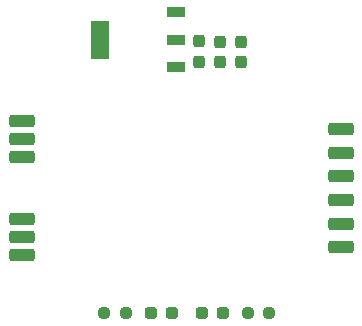
<source format=gtp>
G04 #@! TF.GenerationSoftware,KiCad,Pcbnew,8.0.5*
G04 #@! TF.CreationDate,2024-09-26T09:52:47+02:00*
G04 #@! TF.ProjectId,BL-R8812AF1 mount,424c2d52-3838-4313-9241-4631206d6f75,rev?*
G04 #@! TF.SameCoordinates,Original*
G04 #@! TF.FileFunction,Paste,Top*
G04 #@! TF.FilePolarity,Positive*
%FSLAX46Y46*%
G04 Gerber Fmt 4.6, Leading zero omitted, Abs format (unit mm)*
G04 Created by KiCad (PCBNEW 8.0.5) date 2024-09-26 09:52:47*
%MOMM*%
%LPD*%
G01*
G04 APERTURE LIST*
G04 Aperture macros list*
%AMRoundRect*
0 Rectangle with rounded corners*
0 $1 Rounding radius*
0 $2 $3 $4 $5 $6 $7 $8 $9 X,Y pos of 4 corners*
0 Add a 4 corners polygon primitive as box body*
4,1,4,$2,$3,$4,$5,$6,$7,$8,$9,$2,$3,0*
0 Add four circle primitives for the rounded corners*
1,1,$1+$1,$2,$3*
1,1,$1+$1,$4,$5*
1,1,$1+$1,$6,$7*
1,1,$1+$1,$8,$9*
0 Add four rect primitives between the rounded corners*
20,1,$1+$1,$2,$3,$4,$5,0*
20,1,$1+$1,$4,$5,$6,$7,0*
20,1,$1+$1,$6,$7,$8,$9,0*
20,1,$1+$1,$8,$9,$2,$3,0*%
G04 Aperture macros list end*
%ADD10RoundRect,0.237500X0.250000X0.237500X-0.250000X0.237500X-0.250000X-0.237500X0.250000X-0.237500X0*%
%ADD11RoundRect,0.237500X-0.250000X-0.237500X0.250000X-0.237500X0.250000X0.237500X-0.250000X0.237500X0*%
%ADD12RoundRect,0.237500X-0.237500X0.300000X-0.237500X-0.300000X0.237500X-0.300000X0.237500X0.300000X0*%
%ADD13RoundRect,0.237500X0.287500X0.237500X-0.287500X0.237500X-0.287500X-0.237500X0.287500X-0.237500X0*%
%ADD14RoundRect,0.237500X-0.287500X-0.237500X0.287500X-0.237500X0.287500X0.237500X-0.287500X0.237500X0*%
%ADD15R,1.549400X0.900800*%
%ADD16R,1.549400X3.200400*%
%ADD17RoundRect,0.275000X0.825000X0.275000X-0.825000X0.275000X-0.825000X-0.275000X0.825000X-0.275000X0*%
G04 APERTURE END LIST*
D10*
X87550000Y-159639000D03*
X85725000Y-159639000D03*
D11*
X97870000Y-159639000D03*
X99695000Y-159639000D03*
D12*
X97282000Y-136705000D03*
X97282000Y-138430000D03*
X95504000Y-136705000D03*
X95504000Y-138430000D03*
X93726000Y-136678500D03*
X93726000Y-138403500D03*
D13*
X91426000Y-159639000D03*
X89676000Y-159639000D03*
D14*
X93994000Y-159639000D03*
X95744000Y-159639000D03*
D15*
X91795600Y-138825000D03*
X91795600Y-136525000D03*
X91795600Y-134225000D03*
D16*
X85344000Y-136525000D03*
D17*
X105710000Y-144098000D03*
X105710000Y-146098000D03*
X105710000Y-148098000D03*
X105710000Y-150098000D03*
X105710000Y-152098000D03*
X105710000Y-154098000D03*
X78710000Y-154748000D03*
X78710000Y-153248000D03*
X78710000Y-151748000D03*
X78710000Y-146448000D03*
X78710000Y-144948000D03*
X78710000Y-143448000D03*
M02*

</source>
